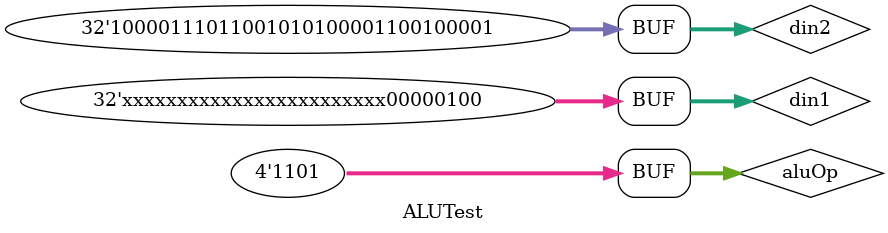
<source format=v>
`timescale 1ns/1ps

module ALUTest;
    reg    [ 3:0] aluOp;
    reg    [31:0] din1;
    reg    [31:0] din2;
    wire   [31:0] dout;
    wire          exception;

    ALU U1
    (
        .aluOp(aluOp),
        .din1(din1),
        .din2(din2),
        .dout(dout),
        .exception(exception)
    );

    initial
    begin
        aluOp = 4'b0000; // add/addi
        din1 = 5;
        din2 = 3;
        // expect 32'h0000_0008

        #20
        aluOp = 4'b0000; // add/addi
        din1 = 32'h7FFF_FFFF;
        din2 = 32'h7FFF_FFFF;
        // expect exception

        #20
        aluOp = 4'b0001; // addu/addiu
        din1 = 32'h7FFF_FFFF;
        din2 = 32'h7FFF_FFFF;
        // expect 32'hFFFF_FFFE;

        #20
        aluOp = 4'b0010; // sub
        din1 = 5;
        din2 = 3;
        // expect 32'h0000_0002

        #20
        aluOp = 4'b0010; // sub
        din1 = 32'h7FFF_FFFF;
        din2 = 32'h8000_0000;
        // expect exception;

        #20
        aluOp = 4'b0011; // subu
        din1 = 32'h7FFF_FFFF;
        din2 = 32'h8000_0000;
        // expect 32'hFFFF_FFFF;

        #20
        aluOp = 4'b0100; // slt/slti
        din1 = 32'h7FFF_FFFF;
        din2 = 32'h8000_0000;
        // expect 32'h0000_0000;

        #20
        aluOp = 4'b0100; // slt/slti
        din1 = 32'h8000_0000;
        din2 = 32'h7FFF_FFFF;
        // expect 32'h0000_0001;

        #20
        aluOp = 4'b0101; // sltu/sltiu
        din1 = 32'hFFFF_FFFF;
        din2 = 32'h0000_0000;
        // expect 32'h0000_0000;

        #20
        aluOp = 4'b0101; // sltu/sltiu
        din1 = 32'h0000_0000;
        din2 = 32'hFFFF_FFFF;
        // expect 32'h0000_0001;

        #20
        aluOp = 4'b0110; // and/andi
        din1 = 5;
        din2 = 3;
        // expect 32'h0000_0001;

        #20
        aluOp = 4'b0111; // lui
        din1 = 32'bX;
        din2 = 32'h0000_ABCD;
        // expect 32'hABCD_0000;
        
        #20
        aluOp = 4'b1000; // nor
        din1 = 5;
        din2 = 3;
        // expect 32'hFFFF_FFF8;

        #20
        aluOp = 4'b1001; // or/ori
        din1 = 5;
        din2 = 3;
        // expect 32'h0000_0007;

        #20
        aluOp = 4'b1010; // xor/xori
        din1 = 5;
        din2 = 3;
        // expect 32'h0000_0006;

        #20
        aluOp = 4'b1011; // sllv/sll
        din1 = 32'hXXXX_XX04;
        din2 = 32'h1234_5678;
        // expect 32'h2345_6780;

        #20
        aluOp = 4'b1100; // srav/sra
        din1 = 32'hXXXX_XX04;
        din2 = 32'h1234_5678;
        // expect 32'h0123_4567;

        #20
        aluOp = 4'b1100; // srav/sra
        din1 = 32'hXXXX_XX04;
        din2 = 32'h8765_4321;
        // expect 32'hF876_5432;

        #20
        aluOp = 4'b1101; // srlv/srl
        din1 = 32'hXXXX_XX04;
        din2 = 32'h8765_4321;
        // expect 32'h0876_5432;
    end
    
endmodule

</source>
